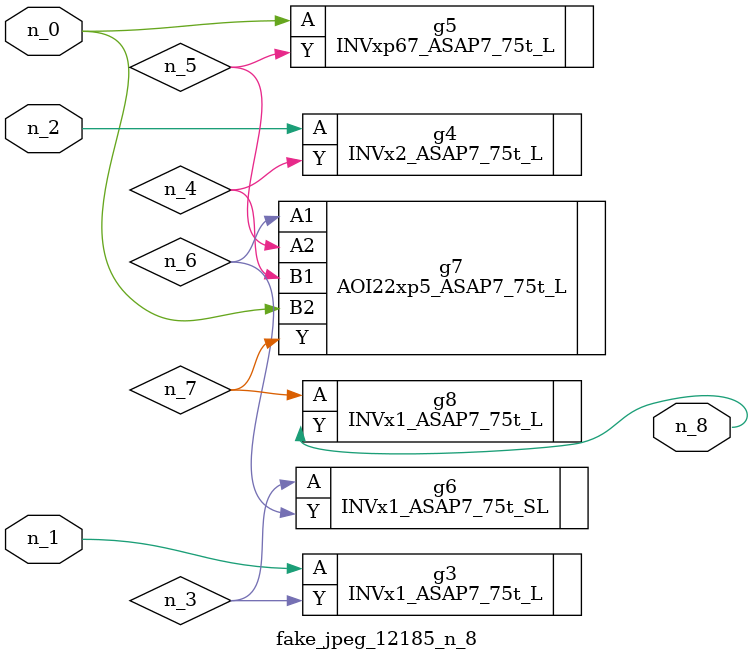
<source format=v>
module fake_jpeg_12185_n_8 (n_0, n_2, n_1, n_8);

input n_0;
input n_2;
input n_1;

output n_8;

wire n_3;
wire n_4;
wire n_6;
wire n_5;
wire n_7;

INVx1_ASAP7_75t_L g3 ( 
.A(n_1),
.Y(n_3)
);

INVx2_ASAP7_75t_L g4 ( 
.A(n_2),
.Y(n_4)
);

INVxp67_ASAP7_75t_L g5 ( 
.A(n_0),
.Y(n_5)
);

INVx1_ASAP7_75t_SL g6 ( 
.A(n_3),
.Y(n_6)
);

AOI22xp5_ASAP7_75t_L g7 ( 
.A1(n_6),
.A2(n_5),
.B1(n_4),
.B2(n_0),
.Y(n_7)
);

INVx1_ASAP7_75t_L g8 ( 
.A(n_7),
.Y(n_8)
);


endmodule
</source>
